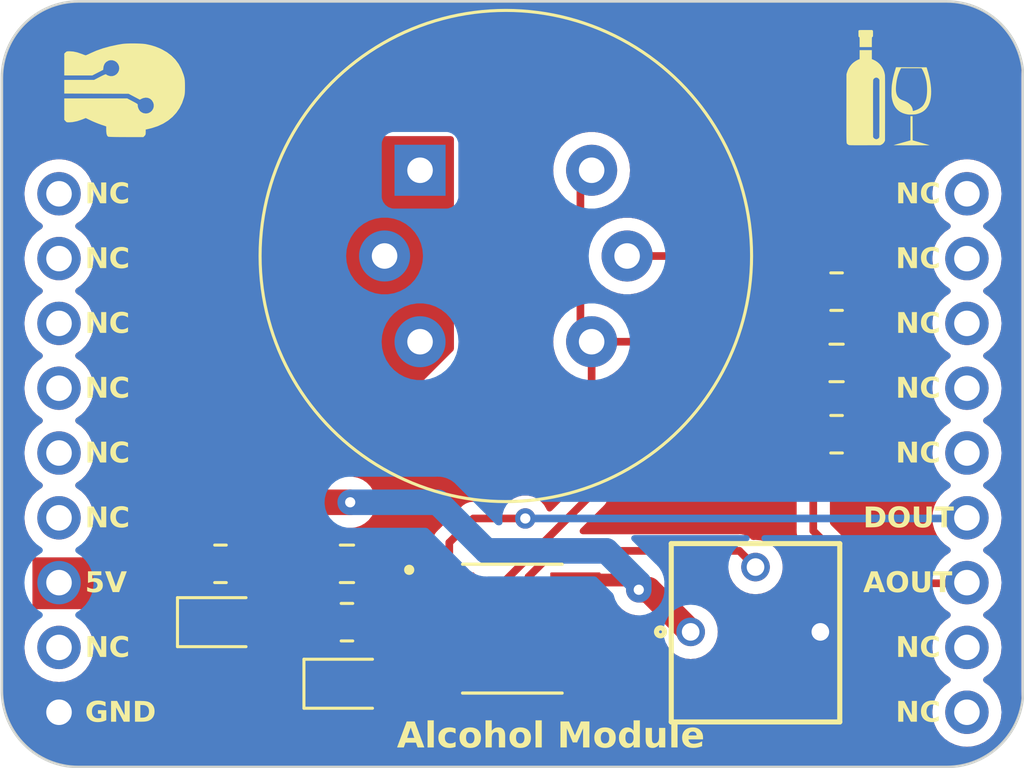
<source format=kicad_pcb>
(kicad_pcb (version 20221018) (generator pcbnew)
  (layers (0 "F.Cu" signal) (31 "B.Cu" signal) (34 "B.Paste" user) (35 "F.Paste" user) (36 "B.SilkS" user "B.Silkscreen") (37 "F.SilkS" user "F.Silkscreen") (38 "B.Mask" user) (39 "F.Mask" user) (44 "Edge.Cuts" user))
  (net 0 "")
  (net 1 "AOUT")
  (net 2 "GND")
  (net 3 "DOUT")
  (net 4 "Net-(D1-A)")
  (net 5 "Net-(D2-A)")
  (net 6 "Net-(U1-VH-)")
  (net 7 "+5V")
  (net 8 "Net-(U2-1IN+)")
  (footprint "memin:alks" (layer "F.Cu") (at 117.348 84.709)
    (fp_text reference "G***" hide)
    (fp_text value "LOGO" hide)
    (fp_poly (pts (xy 0.947448 1.597632) (xy 0.949134 2.072068) (xy 1.279866 2.165374) (xy 1.34336 2.183336) (xy 1.40299 2.200301) (xy 1.457567 2.215924) (xy 1.505902 2.229859) (xy 1.546808 2.241763) (xy 1.579096 2.25129) (xy 1.601577 2.258095) (xy 1.613063 2.261835) (xy 1.614307 2.262389) (xy 1.608384 2.262886) (xy 1.590163 2.263364) (xy 1.560483 2.263818) (xy 1.520183 2.264243) (xy 1.470102 2.264636) (xy 1.411079 2.264991) (xy 1.343952 2.265305) (xy 1.26956 2.265573) (xy 1.188743 2.26579) (xy 1.10234 2.265953) (xy 1.011188 2.266057) (xy 0.916127 2.266097) (xy 0.90622 2.266098) (xy 0.810443 2.266047) (xy 0.718632 2.2659) (xy 0.631613 2.265663) (xy 0.550215 2.265343) (xy 0.475264 2.264946) (xy 0.407588 2.264478) (xy 0.348014 2.263947) (xy 0.29737 2.263359) (xy 0.256483 2.26272) (xy 0.226181 2.262037) (xy 0.20729 2.261317) (xy 0.200639 2.260565) (xy 0.200664 2.2605) (xy 0.208029 2.257698) (xy 0.226845 2.251745) (xy 0.255902 2.242991) (xy 0.29399 2.23179) (xy 0.3399 2.218493) (xy 0.392421 2.203452) (xy 0.450343 2.187019) (xy 0.512457 2.169547) (xy 0.533656 2.163617) (xy 0.860407 2.07233) (xy 0.860434 1.597763) (xy 0.86046 1.123196) (xy 0.903112 1.123196) (xy 0.945763 1.123196)) (fill solid) (layer "F.SilkS"))
    (fp_poly (pts (xy -0.620415 -2.236839) (xy -0.61452 -2.230517) (xy -0.610271 -2.223752) (xy -0.6074 -2.214423) (xy -0.605636 -2.200407) (xy -0.60471 -2.179581) (xy -0.604352 -2.149822) (xy -0.604293 -2.1099) (xy -0.604366 -2.069264) (xy -0.604753 -2.03967) (xy -0.605711 -2.019024) (xy -0.607492 -2.005231) (xy -0.610352 -1.996196) (xy -0.614546 -1.989825) (xy -0.619495 -1.984802) (xy -0.632465 -1.974749) (xy -0.642428 -1.97052) (xy -0.642484 -1.97052) (xy -0.644864 -1.967031) (xy -0.646754 -1.955914) (xy -0.648195 -1.93619) (xy -0.649227 -1.906882) (xy -0.649887 -1.867013) (xy -0.650217 -1.815604) (xy -0.650272 -1.776752) (xy -0.650272 -1.582984) (xy -0.890018 -1.582984) (xy -1.129765 -1.582984) (xy -1.129765 -1.776752) (xy -1.129837 -1.832946) (xy -1.130099 -1.877338) (xy -1.130619 -1.91126) (xy -1.131463 -1.936048) (xy -1.132701 -1.953033) (xy -1.1344 -1.963551) (xy -1.136628 -1.968934) (xy -1.139453 -1.970517) (xy -1.139617 -1.97052) (xy -1.151273 -1.974868) (xy -1.162607 -1.983657) (xy -1.167378 -1.989331) (xy -1.170835 -1.996715) (xy -1.173187 -2.00784) (xy -1.174644 -2.024741) (xy -1.175415 -2.049451) (xy -1.175709 -2.084003) (xy -1.175744 -2.111264) (xy -1.175744 -2.225734) (xy -1.158437 -2.239348) (xy -1.153633 -2.242813) (xy -1.148035 -2.245635) (xy -1.140334 -2.247879) (xy -1.129219 -2.249611) (xy -1.11338 -2.250897) (xy -1.091507 -2.251804) (xy -1.06229 -2.252397) (xy -1.024419 -2.252743) (xy -0.976585 -2.252908) (xy -0.917476 -2.252958) (xy -0.888834 -2.252961) (xy -0.636538 -2.252961)) (fill solid) (layer "F.SilkS"))
    (fp_poly (pts (xy 0.895078 -0.793169) (xy 1.493826 -0.791492) (xy 1.51245 -0.732377) (xy 1.560655 -0.568519) (xy 1.600283 -0.410422) (xy 1.631331 -0.258466) (xy 1.653795 -0.11303) (xy 1.667671 0.025506) (xy 1.672956 0.156762) (xy 1.669646 0.280357) (xy 1.657737 0.395913) (xy 1.637225 0.503049) (xy 1.608107 0.601385) (xy 1.570379 0.690542) (xy 1.527189 0.765447) (xy 1.47333 0.835732) (xy 1.411494 0.896403) (xy 1.341186 0.947781) (xy 1.261909 0.990184) (xy 1.173169 1.023932) (xy 1.093638 1.045228) (xy 1.062197 1.050567) (xy 1.021201 1.055039) (xy 0.97392 1.058522) (xy 0.923629 1.060899) (xy 0.873599 1.06205) (xy 0.827104 1.061857) (xy 0.787416 1.060199) (xy 0.760203 1.057355) (xy 0.656942 1.035825) (xy 0.562953 1.005157) (xy 0.478147 0.965254) (xy 0.402438 0.916018) (xy 0.335736 0.857352) (xy 0.277956 0.789157) (xy 0.229008 0.711337) (xy 0.188805 0.623793) (xy 0.157261 0.526428) (xy 0.134286 0.419144) (xy 0.124449 0.348843) (xy 0.12155 0.312227) (xy 0.11981 0.265324) (xy 0.119169 0.210928) (xy 0.119568 0.151833) (xy 0.120945 0.090832) (xy 0.122269 0.056176) (xy 0.291029 0.056176) (xy 0.295183 0.143309) (xy 0.307526 0.22066) (xy 0.32818 0.288566) (xy 0.357264 0.347365) (xy 0.394897 0.397393) (xy 0.4412 0.438989) (xy 0.472824 0.459824) (xy 0.49843 0.473365) (xy 0.531118 0.488611) (xy 0.565504 0.50311) (xy 0.581133 0.509123) (xy 0.658336 0.540485) (xy 0.724151 0.573514) (xy 0.780317 0.609264) (xy 0.828569 0.648784) (xy 0.854354 0.674647) (xy 0.889266 0.718719) (xy 0.917838 0.767559) (xy 0.938671 0.81803) (xy 0.950367 0.866993) (xy 0.952418 0.894682) (xy 0.953193 0.90736) (xy 0.95671 0.915383) (xy 0.964755 0.918785) (xy 0.979115 0.9176) (xy 1.001576 0.911862) (xy 1.033924 0.901606) (xy 1.049168 0.896535) (xy 1.128175 0.865987) (xy 1.200534 0.829764) (xy 1.264568 0.788912) (xy 1.318599 0.744475) (xy 1.353545 0.706984) (xy 1.388781 0.656588) (xy 1.421446 0.596529) (xy 1.449996 0.53024) (xy 1.472888 0.461154) (xy 1.483848 0.417093) (xy 1.497807 0.336) (xy 1.507322 0.245598) (xy 1.512362 0.148954) (xy 1.512891 0.049135) (xy 1.508876 -0.050792) (xy 1.500284 -0.147761) (xy 1.490807 -0.216757) (xy 1.47152 -0.315239) (xy 1.445814 -0.413349) (xy 1.414633 -0.508414) (xy 1.378921 -0.597761) (xy 1.339621 -0.678713) (xy 1.309702 -0.730192) (xy 1.29381 -0.755366) (xy 0.894442 -0.755366) (xy 0.495074 -0.755366) (xy 0.470303 -0.711029) (xy 0.423236 -0.616259) (xy 0.383351 -0.513057) (xy 0.350478 -0.400781) (xy 0.324449 -0.278786) (xy 0.305096 -0.14643) (xy 0.294946 -0.041078) (xy 0.291029 0.056176) (xy 0.122269 0.056176) (xy 0.123241 0.030719) (xy 0.126395 -0.025713) (xy 0.130346 -0.075671) (xy 0.134382 -0.111663) (xy 0.155671 -0.247321) (xy 0.183385 -0.38524) (xy 0.218077 -0.52785) (xy 0.260303 -0.677581) (xy 0.273492 -0.720917) (xy 0.296329 -0.794845)) (fill solid) (layer "F.SilkS"))
    (fp_poly (pts (xy -0.650272 -1.288699) (xy -0.650272 -1.112644) (xy -0.599115 -1.091728) (xy -0.512494 -1.049363) (xy -0.432679 -0.996367) (xy -0.360478 -0.933796) (xy -0.2967 -0.862709) (xy -0.242153 -0.784162) (xy -0.197646 -0.699212) (xy -0.163988 -0.608916) (xy -0.141987 -0.514332) (xy -0.138299 -0.489346) (xy -0.137304 -0.478024) (xy -0.136401 -0.459786) (xy -0.135589 -0.434232) (xy -0.134867 -0.400958) (xy -0.134231 -0.359562) (xy -0.133681 -0.309642) (xy -0.133215 -0.250796) (xy -0.132831 -0.18262) (xy -0.132527 -0.104714) (xy -0.132302 -0.016673) (xy -0.132154 0.081902) (xy -0.132081 0.191417) (xy -0.132081 0.312271) (xy -0.132153 0.444868) (xy -0.132295 0.589611) (xy -0.132505 0.746901) (xy -0.132626 0.824334) (xy -0.134652 2.078898) (xy -0.153707 2.120161) (xy -0.178585 2.160879) (xy -0.212794 2.198481) (xy -0.252636 2.229437) (xy -0.28714 2.247478) (xy -0.325136 2.262813) (xy -0.92286 2.264118) (xy -1.028155 2.264319) (xy -1.121084 2.264427) (xy -1.202421 2.264433) (xy -1.272936 2.264327) (xy -1.333401 2.2641) (xy -1.384589 2.263742) (xy -1.42727 2.263242) (xy -1.462218 2.262593) (xy -1.490202 2.261784) (xy -1.511995 2.260805) (xy -1.528369 2.259647) (xy -1.540096 2.258301) (xy -1.547947 2.256756) (xy -1.54944 2.256323) (xy -1.571712 2.245969) (xy -1.59477 2.230273) (xy -1.603575 2.222539) (xy -1.60884 2.217791) (xy -1.613686 2.213894) (xy -1.618129 2.210309) (xy -1.622187 2.206501) (xy -1.625875 2.201932) (xy -1.62921 2.196065) (xy -1.632208 2.188363) (xy -1.634888 2.17829) (xy -1.637264 2.165307) (xy -1.639354 2.148879) (xy -1.641175 2.128467) (xy -1.642743 2.103536) (xy -1.644074 2.073547) (xy -1.645186 2.037965) (xy -1.646094 1.996252) (xy -1.646816 1.94787) (xy -1.647369 1.892284) (xy -1.647768 1.828956) (xy -1.648031 1.757348) (xy -1.648174 1.676925) (xy -1.648214 1.587148) (xy -1.648167 1.487481) (xy -1.648051 1.377388) (xy -1.647881 1.25633) (xy -1.647675 1.123771) (xy -1.647448 0.979174) (xy -1.647219 0.822001) (xy -1.647208 0.814481) (xy -1.646624 0.38864) (xy -0.603423 0.38864) (xy -0.603362 0.520683) (xy -0.603211 0.665372) (xy -0.602972 0.822944) (xy -0.602952 0.834187) (xy -0.601009 1.940962) (xy -0.585899 1.965262) (xy -0.560056 1.994508) (xy -0.52405 2.0159) (xy -0.479043 2.028963) (xy -0.471123 2.027622) (xy -0.454925 2.023457) (xy -0.442738 2.019963) (xy -0.410869 2.00512) (xy -0.38345 1.982354) (xy -0.364386 1.955098) (xy -0.361665 1.948745) (xy -0.360663 1.940664) (xy -0.359743 1.921834) (xy -0.358904 1.892068) (xy -0.358145 1.851181) (xy -0.357465 1.798987) (xy -0.356862 1.7353) (xy -0.356336 1.659935) (xy -0.355885 1.572704) (xy -0.355508 1.473424) (xy -0.355204 1.361908) (xy -0.354971 1.237969) (xy -0.35481 1.101424) (xy -0.354718 0.952085) (xy -0.354694 0.81534) (xy -0.354694 -0.299575) (xy -0.373654 -0.329472) (xy -0.39863 -0.357768) (xy -0.430755 -0.377597) (xy -0.466424 -0.386934) (xy -0.476641 -0.387392) (xy -0.513881 -0.381077) (xy -0.547895 -0.363983) (xy -0.575814 -0.338253) (xy -0.594767 -0.306027) (xy -0.597851 -0.296924) (xy -0.59885 -0.288355) (xy -0.599747 -0.269746) (xy -0.600544 -0.24086) (xy -0.601241 -0.201459) (xy -0.60184 -0.151308) (xy -0.602341 -0.090169) (xy -0.602746 -0.017804) (xy -0.603055 0.066022) (xy -0.603271 0.161547) (xy -0.603393 0.269007) (xy -0.603423 0.38864) (xy -1.646624 0.38864) (xy -1.645384 -0.51562) (xy -1.627554 -0.580234) (xy -1.595791 -0.672319) (xy -1.552868 -0.760429) (xy -1.500097 -0.84223) (xy -1.438853 -0.915327) (xy -1.394139 -0.957622) (xy -1.342941 -0.998608) (xy -1.28836 -1.036238) (xy -1.233497 -1.068464) (xy -1.181453 -1.093237) (xy -1.154396 -1.103189) (xy -1.129765 -1.111078) (xy -1.129765 -1.287916) (xy -1.129765 -1.464753) (xy -0.890018 -1.464753) (xy -0.650272 -1.464753)) (fill solid) (layer "F.SilkS"))
  )
  (footprint "LED_SMD:LED_0805_2012Metric" (layer "F.Cu") (at 96.139 108.077)
    (fp_text reference "D1" hide)
    (fp_text value "LED" hide)
    (fp_line (start -1.685 -0.96) (end -1.685 0.96) (stroke (width 0.12)) (layer "F.SilkS"))
    (fp_line (start -1.685 0.96) (end 1 0.96) (stroke (width 0.12)) (layer "F.SilkS"))
    (fp_line (start 1 -0.96) (end -1.685 -0.96) (stroke (width 0.12)) (layer "F.SilkS"))
    (pad "1" smd roundrect (at -0.9375 0) (size 0.975 1.4) (layers "F.Cu" "F.Paste" "F.Mask") (net 3 "DOUT"))
    (pad "2" smd roundrect (at 0.9375 0) (size 0.975 1.4) (layers "F.Cu" "F.Paste" "F.Mask") (net 4 "Net-(D1-A)"))
  )
  (footprint "Capacitor_SMD:C_0805_2012Metric" (layer "F.Cu") (at 96.139 103.378 180)
    (fp_text reference "C2" hide)
    (fp_text value "0.1uF" hide)
    (fp_line (start -0.261252 -0.735) (end 0.261252 -0.735) (stroke (width 0.12)) (layer "F.SilkS"))
    (fp_line (start -0.261252 0.735) (end 0.261252 0.735) (stroke (width 0.12)) (layer "F.SilkS"))
    (pad "1" smd roundrect (at -0.95 0 180) (size 1 1.45) (layers "F.Cu" "F.Paste" "F.Mask") (net 3 "DOUT"))
    (pad "2" smd roundrect (at 0.95 0 180) (size 1 1.45) (layers "F.Cu" "F.Paste" "F.Mask") (net 2 "GND"))
  )
  (footprint "Capacitor_SMD:C_0805_2012Metric" (layer "F.Cu") (at 115.316 95.504)
    (fp_text reference "C1" hide)
    (fp_text value "0.1uF" hide)
    (fp_line (start -0.261252 -0.735) (end 0.261252 -0.735) (stroke (width 0.12)) (layer "F.SilkS"))
    (fp_line (start -0.261252 0.735) (end 0.261252 0.735) (stroke (width 0.12)) (layer "F.SilkS"))
    (pad "1" smd roundrect (at -0.95 0) (size 1 1.45) (layers "F.Cu" "F.Paste" "F.Mask") (net 1 "AOUT"))
    (pad "2" smd roundrect (at 0.95 0) (size 1 1.45) (layers "F.Cu" "F.Paste" "F.Mask") (net 2 "GND"))
  )
  (footprint "Resistor_SMD:R_0805_2012Metric" (layer "F.Cu") (at 115.316 92.71)
    (fp_text reference "R1" hide)
    (fp_text value "5.1k" hide)
    (fp_line (start -0.227064 -0.735) (end 0.227064 -0.735) (stroke (width 0.12)) (layer "F.SilkS"))
    (fp_line (start -0.227064 0.735) (end 0.227064 0.735) (stroke (width 0.12)) (layer "F.SilkS"))
    (pad "1" smd roundrect (at -0.9125 0) (size 1.025 1.4) (layers "F.Cu" "F.Paste" "F.Mask") (roundrect_rratio 0.243902) (net 6 "Net-(U1-VH-)"))
    (pad "2" smd roundrect (at 0.9125 0) (size 1.025 1.4) (layers "F.Cu" "F.Paste" "F.Mask") (roundrect_rratio 0.243902) (net 2 "GND"))
  )
  (footprint "Moduler_:pin_header" (layer "F.Cu") (at 102.3874 99.5426)
    (fp_text reference "U3" hide)
    (fp_text value "~" hide)
    (fp_text user "NC" (at -16.51 -5.08 unlocked) (layer "F.SilkS") (effects (font (size 0.8 0.8) (thickness 0.2) bold) (justify left bottom)))
    (fp_text user "NC" (at 15.24 -2.54 unlocked) (layer "F.SilkS") (effects (font (size 0.8 0.8) (thickness 0.2) bold) (justify left bottom)))
    (fp_text user "NC" (at 15.24 7.62 unlocked) (layer "F.SilkS") (effects (font (size 0.8 0.8) (thickness 0.2) bold) (justify left bottom)))
    (fp_text user "AOUT" (at 13.97 5.08 unlocked) (layer "F.SilkS") (effects (font (size 0.8 0.8) (thickness 0.2) bold) (justify left bottom)))
    (fp_text user "NC" (at 15.24 10.16 unlocked) (layer "F.SilkS") (effects (font (size 0.8 0.8) (thickness 0.2) bold) (justify left bottom)))
    (fp_text user "NC" (at 15.24 -5.08 unlocked) (layer "F.SilkS") (effects (font (size 0.8 0.8) (thickness 0.2) bold) (justify left bottom)))
    (fp_text user "NC" (at -16.51 2.54 unlocked) (layer "F.SilkS") (effects (font (size 0.8 0.8) (thickness 0.2) bold) (justify left bottom)))
    (fp_text user "NC" (at -16.51 7.62 unlocked) (layer "F.SilkS") (effects (font (size 0.8 0.8) (thickness 0.2) bold) (justify left bottom)))
    (fp_text user "NC" (at -16.51 -2.54 unlocked) (layer "F.SilkS") (effects (font (size 0.8 0.8) (thickness 0.2) bold) (justify left bottom)))
    (fp_text user "NC" (at 15.24 0 unlocked) (layer "F.SilkS") (effects (font (size 0.8 0.8) (thickness 0.2) bold) (justify left bottom)))
    (fp_text user "Alcohol Module" (at -4.2926 11.2014 unlocked) (layer "F.SilkS") (effects (font (thickness 0.2) bold) (justify left bottom)))
    (fp_text user "NC" (at -16.51 -7.62 unlocked) (layer "F.SilkS") (effects (font (size 0.8 0.8) (thickness 0.2) bold) (justify left bottom)))
    (fp_text user "GND" (at -16.51 10.16 unlocked) (layer "F.SilkS") (effects (font (size 0.8 0.8) (thickness 0.2) bold) (justify left bottom)))
    (fp_text user "DOUT" (at 13.97 2.54 unlocked) (layer "F.SilkS") (effects (font (size 0.8 0.8) (thickness 0.2) bold) (justify left bottom)))
    (fp_text user "NC" (at -16.51 0 unlocked) (layer "F.SilkS") (effects (font (size 0.8 0.8) (thickness 0.2) bold) (justify left bottom)))
    (fp_text user "NC" (at 15.24 -10.16 unlocked) (layer "F.SilkS") (effects (font (size 0.8 0.8) (thickness 0.2) bold) (justify left bottom)))
    (fp_text user "NC" (at -16.51 -10.16 unlocked) (layer "F.SilkS") (effects (font (size 0.8 0.8) (thickness 0.2) bold) (justify left bottom)))
    (fp_text user "5V" (at -16.51 5.08 unlocked) (layer "F.SilkS") (effects (font (size 0.8 0.8) (thickness 0.2) bold) (justify left bottom)))
    (fp_text user "NC" (at 15.24 -7.62 unlocked) (layer "F.SilkS") (effects (font (size 0.8 0.8) (thickness 0.2) bold) (justify left bottom)))
    (fp_poly (pts (xy -14.485582 -16.559009) (xy -14.360573 -16.554745) (xy -14.248636 -16.54798) (xy -14.157002 -16.538775) (xy -14.117924 -16.532703) (xy -13.929469 -16.491549) (xy -13.759531 -16.440533) (xy -13.595569 -16.375574) (xy -13.505604 -16.333511) (xy -13.302009 -16.218091) (xy -13.123321 -16.083397) (xy -12.969118 -15.928915) (xy -12.838978 -15.754131) (xy -12.73248 -15.558531) (xy -12.6492 -15.3416) (xy -12.625721 -15.261504) (xy -12.612959 -15.20932) (xy -12.603846 -15.156964) (xy -12.597806 -15.097579) (xy -12.594264 -15.024306) (xy -12.592645 -14.930288) (xy -12.59236 -14.863654) (xy -12.592671 -14.758539) (xy -12.594379 -14.67766) (xy -12.598173 -14.613669) (xy -12.604739 -14.559219) (xy -12.614766 -14.506962) (xy -12.628942 -14.449549) (xy -12.632287 -14.43698) (xy -12.705714 -14.221543) (xy -12.805363 -14.022972) (xy -12.930147 -13.842253) (xy -13.078978 -13.68037) (xy -13.250768 -13.538308) (xy -13.444431 -13.417053) (xy -13.658878 -13.317589) (xy -13.893022 -13.240901) (xy -13.975535 -13.220506) (xy -14.129547 -13.185381) (xy -14.129547 -13.083439) (xy -14.131087 -13.025365) (xy -14.138019 -12.987709) (xy -14.153807 -12.959356) (xy -14.17572 -12.935324) (xy -14.221893 -12.889151) (xy -14.898388 -12.889632) (xy -15.093554 -12.890179) (xy -15.257188 -12.891522) (xy -15.389336 -12.893662) (xy -15.490047 -12.896601) (xy -15.559371 -12.900339) (xy -15.597354 -12.904877) (xy -15.604006 -12.907041) (xy -15.639705 -12.944721) (xy -15.663541 -13.009816) (xy -15.675744 -13.103144) (xy -15.677582 -13.169023) (xy -15.677607 -13.307746) (xy -15.877323 -13.375342) (xy -15.973613 -13.410249) (xy -16.083694 -13.453796) (xy -16.193274 -13.500154) (xy -16.27912 -13.539209) (xy -16.481202 -13.63548) (xy -16.625058 -13.577237) (xy -16.814264 -13.51298) (xy -16.995657 -13.477073) (xy -17.112214 -13.468483) (xy -17.172568 -13.467793) (xy -17.210949 -13.471228) (xy -17.236949 -13.481681) (xy -17.260163 -13.502045) (xy -17.274123 -13.517292) (xy -17.320343 -13.568879) (xy -17.320343 -13.987224) (xy -17.320343 -14.405569) (xy -16.086926 -14.405569) (xy -14.85351 -14.405569) (xy -14.643801 -14.294889) (xy -14.56284 -14.251731) (xy -14.506066 -14.219928) (xy -14.469493 -14.196546) (xy -14.449134 -14.178651) (xy -14.441003 -14.163308) (xy -14.441111 -14.147581) (xy -14.441413 -14.14592) (xy -14.43976 -14.092795) (xy -14.421236 -14.027967) (xy -14.3904 -13.962942) (xy -14.35181 -13.909228) (xy -14.344762 -13.902005) (xy -14.296227 -13.865834) (xy -14.236644 -13.835404) (xy -14.214799 -13.827587) (xy -14.121045 -13.813694) (xy -14.033382 -13.827179) (xy -13.955509 -13.863953) (xy -13.891126 -13.919926) (xy -13.843932 -13.991011) (xy -13.817627 -14.073118) (xy -13.815911 -14.162158) (xy -13.838074 -14.243952) (xy -13.888707 -14.328311) (xy -13.95777 -14.389514) (xy -14.040589 -14.425955) (xy -14.132494 -14.436027) (xy -14.228811 -14.418125) (xy -14.281052 -14.396241) (xy -14.36193 -14.355321) (xy -14.581404 -14.471272) (xy -14.800878 -14.587224) (xy -16.06061 -14.591538) (xy -17.320343 -14.595853) (xy -17.320343 -14.86402) (xy -17.320343 -15.132186) (xy -16.736108 -15.132186) (xy -16.151873 -15.132186) (xy -15.92364 -15.25081) (xy -15.825628 -15.300328) (xy -15.752835 -15.333929) (xy -15.705794 -15.351385) (xy -15.685044 -15.352471) (xy -15.684533 -15.351839) (xy -15.664369 -15.334981) (xy -15.626413 -15.313259) (xy -15.608475 -15.304645) (xy -15.517344 -15.278515) (xy -15.42868 -15.280387) (xy -15.34665 -15.306716) (xy -15.27542 -15.353956) (xy -15.219157 -15.418565) (xy -15.182028 -15.496995) (xy -15.1682 -15.585704) (xy -15.178799 -15.670169) (xy -15.216089 -15.756834) (xy -15.2752 -15.826154) (xy -15.350432 -15.875231) (xy -15.436087 -15.901168) (xy -15.526465 -15.901066) (xy -15.594919 -15.881743) (xy -15.679764 -15.831605) (xy -15.7402 -15.761879) (xy -15.776844 -15.671686) (xy -15.787538 -15.6087) (xy -15.796027 -15.524455) (xy -16.008245 -15.415199) (xy -16.220463 -15.305942) (xy -16.770403 -15.305942) (xy -17.320343 -15.305942) (xy -17.320343 -15.73365) (xy -17.320343 -16.161358) (xy -17.27417 -16.207531) (xy -17.247441 -16.231634) (xy -17.221044 -16.24546) (xy -17.185152 -16.251797) (xy -17.129936 -16.253429) (xy -17.112261 -16.253429) (xy -16.965134 -16.242789) (xy -16.813828 -16.210492) (xy -16.650907 -16.15493) (xy -16.643254 -16.151886) (xy -16.580147 -16.127507) (xy -16.526736 -16.108472) (xy -16.490695 -16.097439) (xy -16.481152 -16.095743) (xy -16.459332 -16.102404) (xy -16.415439 -16.120594) (xy -16.35561 -16.147624) (xy -16.285983 -16.180807) (xy -16.277762 -16.184828) (xy -16.053998 -16.282606) (xy -15.80365 -16.369931) (xy -15.530295 -16.445763) (xy -15.237504 -16.509065) (xy -15.053614 -16.540657) (xy -14.971712 -16.549822) (xy -14.866727 -16.556178) (xy -14.74589 -16.559787) (xy -14.616431 -16.56071)) (fill solid) (layer "F.SilkS"))
    (fp_poly (pts (xy -19.759475 -15.361112) (xy -19.747896 -15.5134) (xy -19.728827 -15.663474) (xy -19.702457 -15.811146) (xy -19.668975 -15.956226) (xy -19.628568 -16.098527) (xy -19.581426 -16.23786) (xy -19.527736 -16.374037) (xy -19.467687 -16.506869) (xy -19.401468 -16.636168) (xy -19.329267 -16.761745) (xy -19.251272 -16.883413) (xy -19.167671 -17.000982) (xy -19.078654 -17.114264) (xy -18.984408 -17.223072) (xy -18.885122 -17.327215) (xy -18.780984 -17.426507) (xy -18.672182 -17.520758) (xy -18.558906 -17.609781) (xy -18.441343 -17.693386) (xy -18.319683 -17.771386) (xy -18.194112 -17.843591) (xy -18.06482 -17.909814) (xy -17.931995 -17.969866) (xy -17.795826 -18.023559) (xy -17.6565 -18.070704) (xy -17.514207 -18.111113) (xy -17.369134 -18.144597) (xy -17.221471 -18.170968) (xy -17.071405 -18.190038) (xy -16.919125 -18.201619) (xy -16.764819 -18.20552) (xy 17.238832 -18.20552) (xy 17.393137 -18.201619) (xy 17.545417 -18.190038) (xy 17.695483 -18.170968) (xy 17.843146 -18.144597) (xy 17.988219 -18.111113) (xy 18.130512 -18.070704) (xy 18.269837 -18.023559) (xy 18.406006 -17.969866) (xy 18.538831 -17.909814) (xy 18.668123 -17.843591) (xy 18.793694 -17.771386) (xy 18.915355 -17.693386) (xy 19.032917 -17.609781) (xy 19.146194 -17.520758) (xy 19.254995 -17.426507) (xy 19.359133 -17.327215) (xy 19.458419 -17.223072) (xy 19.552665 -17.114264) (xy 19.641683 -17.000982) (xy 19.725284 -16.883413) (xy 19.803279 -16.761745) (xy 19.87548 -16.636168) (xy 19.9417 -16.506869) (xy 20.001748 -16.374037) (xy 20.055438 -16.23786) (xy 20.102581 -16.098527) (xy 20.142987 -15.956226) (xy 20.17647 -15.811146) (xy 20.20284 -15.663474) (xy 20.221909 -15.5134) (xy 20.233488 -15.361112) (xy 20.23739 -15.206798) (xy 20.23739 8.797094) (xy 20.233488 8.951408) (xy 20.221909 9.103696) (xy 20.20284 9.25377) (xy 20.17647 9.401441) (xy 20.142987 9.546522) (xy 20.102581 9.688822) (xy 20.055438 9.828155) (xy 20.001748 9.964332) (xy 19.9417 10.097164) (xy 19.87548 10.226463) (xy 19.803279 10.352041) (xy 19.725284 10.473708) (xy 19.641683 10.591278) (xy 19.552665 10.70456) (xy 19.458419 10.813367) (xy 19.359133 10.917511) (xy 19.254995 11.016803) (xy 19.146194 11.111054) (xy 19.032917 11.200077) (xy 18.915355 11.283682) (xy 18.793694 11.361681) (xy 18.668123 11.433887) (xy 18.538831 11.50011) (xy 18.406006 11.560162) (xy 18.269837 11.613855) (xy 18.130512 11.661) (xy 17.988219 11.701409) (xy 17.843146 11.734893) (xy 17.695483 11.761265) (xy 17.545417 11.780334) (xy 17.393137 11.791915) (xy 17.238832 11.795817) (xy -16.764819 11.795817) (xy -16.919125 11.791915) (xy -17.071405 11.780334) (xy -17.221471 11.761265) (xy -17.369134 11.734893) (xy -17.514207 11.701409) (xy -17.6565 11.661) (xy -17.795826 11.613855) (xy -17.931995 11.560162) (xy -18.06482 11.50011) (xy -18.194112 11.433887) (xy -18.319683 11.361681) (xy -18.441343 11.283682) (xy -18.558906 11.200077) (xy -18.672182 11.111054) (xy -18.780984 11.016803) (xy -18.885122 10.917511) (xy -18.984408 10.813367) (xy -19.078654 10.70456) (xy -19.167671 10.591278) (xy -19.251272 10.473708) (xy -19.329267 10.352041) (xy -19.401468 10.226463) (xy -19.467687 10.097164) (xy -19.527736 9.964332) (xy -19.581426 9.828155) (xy -19.628568 9.688822) (xy -19.668975 9.546522) (xy -19.702457 9.401441) (xy -19.728827 9.25377) (xy -19.747896 9.103696) (xy -19.759475 8.951408) (xy -19.763377 8.797094) (xy -19.763377 -15.206798)) (stroke (width 0.1)) (fill none) (layer "Edge.Cuts"))
    (pad "1" thru_hole oval (at -17.526 -10.668) (size 1.7 1.7) (drill 1) (layers "*.Cu" "*.Mask"))
    (pad "2" thru_hole oval (at -17.526 -8.128) (size 1.7 1.7) (drill 1) (layers "*.Cu" "*.Mask"))
    (pad "3" thru_hole oval (at -17.526 -5.588) (size 1.7 1.7) (drill 1) (layers "*.Cu" "*.Mask"))
    (pad "4" thru_hole oval (at -17.526 -3.048) (size 1.7 1.7) (drill 1) (layers "*.Cu" "*.Mask"))
    (pad "5" thru_hole oval (at -17.526 -0.508) (size 1.7 1.7) (drill 1) (layers "*.Cu" "*.Mask"))
    (pad "6" thru_hole oval (at -17.526 2.032) (size 1.7 1.7) (drill 1) (layers "*.Cu" "*.Mask"))
    (pad "7" thru_hole oval (at -17.526 4.572) (size 1.7 1.7) (drill 1) (layers "*.Cu" "*.Mask") (net 7 "+5V"))
    (pad "8" thru_hole oval (at -17.526 7.112) (size 1.7 1.7) (drill 1) (layers "*.Cu" "*.Mask"))
    (pad "9" thru_hole oval (at -17.526 9.652) (size 1.7 1.7) (drill 1) (layers "*.Cu" "*.Mask") (net 2 "GND"))
    (pad "10" thru_hole oval (at 18.034 9.652) (size 1.7 1.7) (drill 1) (layers "*.Cu" "*.Mask"))
    (pad "11" thru_hole oval (at 18.034 7.112) (size 1.7 1.7) (drill 1) (layers "*.Cu" "*.Mask"))
    (pad "12" thru_hole oval (at 18.034 4.572) (size 1.7 1.7) (drill 1) (layers "*.Cu" "*.Mask") (net 1 "AOUT"))
    (pad "13" thru_hole oval (at 18.034 2.032) (size 1.7 1.7) (drill 1) (layers "*.Cu" "*.Mask") (net 3 "DOUT"))
    (pad "14" thru_hole oval (at 18.034 -0.508) (size 1.7 1.7) (drill 1) (layers "*.Cu" "*.Mask"))
    (pad "15" thru_hole oval (at 18.034 -3.048) (size 1.7 1.7) (drill 1) (layers "*.Cu" "*.Mask"))
    (pad "16" thru_hole oval (at 18.034 -5.588) (size 1.7 1.7) (drill 1) (layers "*.Cu" "*.Mask"))
    (pad "17" thru_hole oval (at 18.034 -8.128) (size 1.7 1.7) (drill 1) (layers "*.Cu" "*.Mask"))
    (pad "18" thru_hole oval (at 18.034 -10.668) (size 1.7 1.7) (drill 1) (layers "*.Cu" "*.Mask"))
  )
  (footprint "Resistor_SMD:R_0805_2012Metric" (layer "F.Cu") (at 91.186 103.378)
    (fp_text reference "R4" hide)
    (fp_text value "1k")
    (fp_line (start -0.227064 -0.735) (end 0.227064 -0.735) (stroke (width 0.12)) (layer "F.SilkS"))
    (fp_line (start -0.227064 0.735) (end 0.227064 0.735) (stroke (width 0.12)) (layer "F.SilkS"))
    (pad "1" smd roundrect (at -0.9125 0) (size 1.025 1.4) (layers "F.Cu" "F.Paste" "F.Mask") (roundrect_rratio 0.243902) (net 7 "+5V"))
    (pad "2" smd roundrect (at 0.9125 0) (size 1.025 1.4) (layers "F.Cu" "F.Paste" "F.Mask") (roundrect_rratio 0.243902) (net 5 "Net-(D2-A)"))
  )
  (footprint "memin:3362P_1" (layer "F.Cu") (at 112.141 109.575)
    (fp_text reference "RV1" hide)
    (fp_text value "10k" hide)
    (fp_line (start -3.3 -6.99) (end -3.3 0) (stroke (width 0.2)) (layer "F.SilkS"))
    (fp_line (start -3.3 0) (end 3.3 0) (stroke (width 0.2)) (layer "F.SilkS"))
    (fp_line (start 3.3 -6.99) (end -3.3 -6.99) (stroke (width 0.2)) (layer "F.SilkS"))
    (fp_line (start 3.3 0) (end 3.3 -6.99) (stroke (width 0.2)) (layer "F.SilkS"))
    (fp_circle (center -3.722 -3.532) (end -3.722 -3.475) (stroke (width 0.2)) (fill none) (layer "F.SilkS"))
    (pad "1" thru_hole circle (at -2.54 -3.53) (size 1.12 1.12) (drill 0.69) (layers "*.Cu" "*.Mask") (net 7 "+5V"))
    (pad "2" thru_hole circle (at 0 -6.07) (size 1.12 1.12) (drill 0.69) (layers "*.Cu" "*.Mask") (net 8 "Net-(U2-1IN+)"))
    (pad "3" thru_hole circle (at 2.54 -3.53) (size 1.12 1.12) (drill 0.69) (layers "*.Cu" "*.Mask") (net 2 "GND"))
  )
  (footprint "Sensor:MQ-6" (layer "F.Cu") (at 99.002 87.953)
    (fp_text reference "U1" hide)
    (fp_text value "MQ-3" hide)
    (fp_circle (center 3.36 3.36) (end 12.985 3.36) (stroke (width 0.12)) (fill none) (layer "F.SilkS"))
    (pad "1" thru_hole rect (at 0 0) (size 2 2) (drill 1) (layers "*.Cu" "*.Mask") (net 7 "+5V"))
    (pad "2" thru_hole circle (at -1.39 3.36) (size 2 2) (drill 1) (layers "*.Cu" "*.Mask") (net 7 "+5V"))
    (pad "3" thru_hole circle (at 0 6.72 90) (size 2 2) (drill 1) (layers "*.Cu" "*.Mask") (net 7 "+5V"))
    (pad "4" thru_hole circle (at 6.72 6.72 180) (size 2 2) (drill 1) (layers "*.Cu" "*.Mask") (net 1 "AOUT"))
    (pad "5" thru_hole circle (at 8.11 3.36) (size 2 2) (drill 1) (layers "*.Cu" "*.Mask") (net 6 "Net-(U1-VH-)"))
    (pad "6" thru_hole circle (at 6.72 0 270) (size 2 2) (drill 1) (layers "*.Cu" "*.Mask") (net 1 "AOUT"))
  )
  (footprint "LM393:SOIC127P599X175-8N" (layer "F.Cu") (at 102.617 105.918)
    (fp_text reference "U2" hide)
    (fp_text value "LM393D" hide)
    (fp_line (start -1.95 -2.525) (end 1.95 -2.525) (stroke (width 0.127)) (layer "F.SilkS"))
    (fp_line (start -1.95 2.525) (end 1.95 2.525) (stroke (width 0.127)) (layer "F.SilkS"))
    (fp_circle (center -4.04 -2.305) (end -3.94 -2.305) (stroke (width 0.2)) (fill none) (layer "F.SilkS"))
    (pad "1" smd roundrect (at -2.47 -1.905) (size 1.97 0.6) (layers "F.Cu" "F.Paste" "F.Mask") (roundrect_rratio 0.07) (net 3 "DOUT"))
    (pad "2" smd roundrect (at -2.47 -0.635) (size 1.97 0.6) (layers "F.Cu" "F.Paste" "F.Mask") (roundrect_rratio 0.07) (net 1 "AOUT"))
    (pad "3" smd roundrect (at -2.47 0.635) (size 1.97 0.6) (layers "F.Cu" "F.Paste" "F.Mask") (roundrect_rratio 0.07) (net 8 "Net-(U2-1IN+)"))
    (pad "4" smd roundrect (at -2.47 1.905) (size 1.97 0.6) (layers "F.Cu" "F.Paste" "F.Mask") (roundrect_rratio 0.07) (net 2 "GND"))
    (pad "5" smd roundrect (at 2.47 1.905) (size 1.97 0.6) (layers "F.Cu" "F.Paste" "F.Mask") (roundrect_rratio 0.07))
    (pad "6" smd roundrect (at 2.47 0.635) (size 1.97 0.6) (layers "F.Cu" "F.Paste" "F.Mask") (roundrect_rratio 0.07))
    (pad "7" smd roundrect (at 2.47 -0.635) (size 1.97 0.6) (layers "F.Cu" "F.Paste" "F.Mask") (roundrect_rratio 0.07))
    (pad "8" smd roundrect (at 2.47 -1.905) (size 1.97 0.6) (layers "F.Cu" "F.Paste" "F.Mask") (roundrect_rratio 0.07) (net 7 "+5V"))
  )
  (footprint "Resistor_SMD:R_0805_2012Metric" (layer "F.Cu") (at 115.316 98.298)
    (fp_text reference "R2" hide)
    (fp_text value "47k" hide)
    (fp_line (start -0.227064 -0.735) (end 0.227064 -0.735) (stroke (width 0.12)) (layer "F.SilkS"))
    (fp_line (start -0.227064 0.735) (end 0.227064 0.735) (stroke (width 0.12)) (layer "F.SilkS"))
    (pad "1" smd roundrect (at -0.9125 0) (size 1.025 1.4) (layers "F.Cu" "F.Paste" "F.Mask") (roundrect_rratio 0.243902) (net 1 "AOUT"))
    (pad "2" smd roundrect (at 0.9125 0) (size 1.025 1.4) (layers "F.Cu" "F.Paste" "F.Mask") (roundrect_rratio 0.243902) (net 2 "GND"))
  )
  (footprint "Resistor_SMD:R_0805_2012Metric" (layer "F.Cu") (at 96.139 105.664)
    (fp_text reference "R3" hide)
    (fp_text value "1k" hide)
    (fp_line (start -0.227064 -0.735) (end 0.227064 -0.735) (stroke (width 0.12)) (layer "F.SilkS"))
    (fp_line (start -0.227064 0.735) (end 0.227064 0.735) (stroke (width 0.12)) (layer "F.SilkS"))
    (pad "1" smd roundrect (at -0.9125 0) (size 1.025 1.4) (layers "F.Cu" "F.Paste" "F.Mask") (roundrect_rratio 0.243902) (net 7 "+5V"))
    (pad "2" smd roundrect (at 0.9125 0) (size 1.025 1.4) (layers "F.Cu" "F.Paste" "F.Mask") (roundrect_rratio 0.243902) (net 4 "Net-(D1-A)"))
  )
  (footprint "LED_SMD:LED_0805_2012Metric" (layer "F.Cu") (at 91.186 105.664)
    (fp_text reference "D2" hide)
    (fp_text value "LED" hide)
    (fp_line (start -1.685 -0.96) (end -1.685 0.96) (stroke (width 0.12)) (layer "F.SilkS"))
    (fp_line (start -1.685 0.96) (end 1 0.96) (stroke (width 0.12)) (layer "F.SilkS"))
    (fp_line (start 1 -0.96) (end -1.685 -0.96) (stroke (width 0.12)) (layer "F.SilkS"))
    (pad "1" smd roundrect (at -0.9375 0) (size 0.975 1.4) (layers "F.Cu" "F.Paste" "F.Mask") (net 2 "GND"))
    (pad "2" smd roundrect (at 0.9375 0) (size 0.975 1.4) (layers "F.Cu" "F.Paste" "F.Mask") (net 5 "Net-(D2-A)"))
  )
  (segment (start 114.4035 102.0845) (end 116.459 104.14) (width 0.3) (layer "F.Cu") (net 1))
  (segment (start 102.362 104.775) (end 102.362 104.013) (width 0.3) (layer "F.Cu") (net 1))
  (segment (start 120.396 104.14) (end 120.4214 104.1146) (width 0.3) (layer "F.Cu") (net 1))
  (segment (start 111.31 94.673) (end 112.141 95.504) (width 0.3) (layer "F.Cu") (net 1))
  (segment (start 114.4035 98.298) (end 114.4035 102.0845) (width 0.3) (layer "F.Cu") (net 1))
  (segment (start 102.362 104.013) (end 105.722 100.653) (width 0.3) (layer "F.Cu") (net 1))
  (segment (start 116.459 104.14) (end 120.396 104.14) (width 0.3) (layer "F.Cu") (net 1))
  (segment (start 105.722 94.673) (end 105.283 94.234) (width 0.3) (layer "F.Cu") (net 1))
  (segment (start 112.141 95.504) (end 114.366 95.504) (width 0.3) (layer "F.Cu") (net 1))
  (segment (start 114.366 98.2605) (end 114.4035 98.298) (width 0.3) (layer "F.Cu") (net 1))
  (segment (start 105.283 88.392) (end 105.722 87.953) (width 0.3) (layer "F.Cu") (net 1))
  (segment (start 105.722 100.653) (end 105.722 94.673) (width 0.3) (layer "F.Cu") (net 1))
  (segment (start 114.366 95.504) (end 114.366 98.2605) (width 0.3) (layer "F.Cu") (net 1))
  (segment (start 100.147 105.283) (end 101.854 105.283) (width 0.3) (layer "F.Cu") (net 1))
  (segment (start 105.722 94.673) (end 111.31 94.673) (width 0.3) (layer "F.Cu") (net 1))
  (segment (start 105.283 94.234) (end 105.283 88.392) (width 0.3) (layer "F.Cu") (net 1))
  (segment (start 101.854 105.283) (end 102.362 104.775) (width 0.3) (layer "F.Cu") (net 1))
  (segment (start 95.758 108.077) (end 95.2015 108.077) (width 0.3) (layer "F.Cu") (net 3))
  (segment (start 96.647 103.378) (end 96.139 103.886) (width 0.3) (layer "F.Cu") (net 3))
  (segment (start 96.139 103.886) (end 96.139 107.696) (width 0.3) (layer "F.Cu") (net 3))
  (segment (start 100.147 104.013) (end 98.552 104.013) (width 0.3) (layer "F.Cu") (net 3))
  (segment (start 98.552 104.013) (end 97.917 103.378) (width 0.3) (layer "F.Cu") (net 3))
  (segment (start 103.124 101.6) (end 101.092 101.6) (width 0.3) (layer "F.Cu") (net 3))
  (segment (start 97.917 103.378) (end 97.089 103.378) (width 0.3) (layer "F.Cu") (net 3))
  (segment (start 101.092 101.6) (end 100.147 102.545) (width 0.3) (layer "F.Cu") (net 3))
  (segment (start 96.139 107.696) (end 95.758 108.077) (width 0.3) (layer "F.Cu") (net 3))
  (segment (start 100.147 102.545) (end 100.147 104.013) (width 0.3) (layer "F.Cu") (net 3))
  (via (at 103.124 101.6) (size 0.8) (drill 0.4) (layers "F.Cu" "B.Cu") (net 3))
  (segment (start 103.124 101.6) (end 120.396 101.6) (width 0.3) (layer "B.Cu") (net 3))
  (segment (start 97.0515 106.045) (end 97.0515 108.433) (width 0.3) (layer "F.Cu") (net 4))
  (segment (start 97.0515 108.433) (end 97.0765 108.458) (width 0.3) (layer "F.Cu") (net 4))
  (segment (start 92.0985 103.759) (end 92.0985 106.02) (width 0.3) (layer "F.Cu") (net 5))
  (segment (start 92.0985 106.02) (end 92.1235 106.045) (width 1) (layer "F.Cu") (net 5))
  (segment (start 112.522 92.71) (end 111.125 91.313) (width 0.3) (layer "F.Cu") (net 6))
  (segment (start 111.125 91.313) (end 107.112 91.313) (width 0.3) (layer "F.Cu") (net 6))
  (segment (start 114.4035 92.71) (end 112.522 92.71) (width 0.3) (layer "F.Cu") (net 6))
  (segment (start 107.95 104.394) (end 109.601 106.045) (width 1) (layer "F.Cu") (net 7))
  (segment (start 105.087 104.013) (end 107.188 104.013) (width 0.5) (layer "F.Cu") (net 7))
  (segment (start 99.002 94.8) (end 99.002 94.673) (width 1) (layer "F.Cu") (net 7))
  (segment (start 107.188 104.013) (end 107.569 104.394) (width 0.5) (layer "F.Cu") (net 7))
  (segment (start 107.569 104.394) (end 107.95 104.394) (width 1) (layer "F.Cu") (net 7))
  (segment (start 93.599 100.965) (end 96.266 100.965) (width 1) (layer "F.Cu") (net 7))
  (via (at 96.266 100.965) (size 0.8) (drill 0.4) (layers "F.Cu" "B.Cu") (net 7))
  (via (at 107.569 104.394) (size 0.8) (drill 0.4) (layers "F.Cu" "B.Cu") (net 7))
  (segment (start 101.6 102.87) (end 106.299 102.87) (width 1) (layer "B.Cu") (net 7))
  (segment (start 99.695 100.965) (end 101.6 102.87) (width 1) (layer "B.Cu") (net 7))
  (segment (start 106.299 102.87) (end 107.569 104.14) (width 1) (layer "B.Cu") (net 7))
  (segment (start 107.569 104.14) (end 107.569 104.394) (width 1) (layer "B.Cu") (net 7))
  (segment (start 96.266 100.965) (end 99.695 100.965) (width 1) (layer "B.Cu") (net 7))
  (segment (start 102.108 106.553) (end 103.251 105.41) (width 0.3) (layer "F.Cu") (net 8))
  (segment (start 100.147 106.553) (end 102.108 106.553) (width 0.3) (layer "F.Cu") (net 8))
  (segment (start 104.267 102.87) (end 111.506 102.87) (width 0.3) (layer "F.Cu") (net 8))
  (segment (start 111.506 102.87) (end 112.141 103.505) (width 0.3) (layer "F.Cu") (net 8))
  (segment (start 103.251 105.41) (end 103.251 103.886) (width 0.3) (layer "F.Cu") (net 8))
  (segment (start 103.251 103.886) (end 104.267 102.87) (width 0.3) (layer "F.Cu") (net 8))
  (zone (net 7) (net_name "+5V") (layer "F.Cu") (priority 1) (connect_pads yes (clearance 0.5)) (min_thickness 0.25) (fill yes (thermal_gap 0.8) (thermal_bridge_width 0.8))
    (polygon (pts (xy 83.82 105.156) (xy 88.011 105.156) (xy 89.154 104.013) (xy 90.932 104.013) (xy 90.932 102.235) (xy 92.964 102.235) (xy 93.345 102.616) (xy 93.345 106.426) (xy 94.488 106.426) (xy 95.758 106.426) (xy 95.758 104.902) (xy 94.488 104.902) (xy 94.234 104.648) (xy 94.234 101.092) (xy 100.33 94.996) (xy 100.33 86.614) (xy 96.012 86.614) (xy 96.012 94.996) (xy 87.884 103.124) (xy 83.82 103.124)))
  )
  (zone (net 2) (net_name "GND") (layers "F&B.Cu") (connect_pads yes (clearance 0.5)) (min_thickness 0.25) (fill yes (thermal_gap 0.5) (thermal_bridge_width 0.5))
    (polygon (pts (xy 82.55 81.28) (xy 122.555 81.28) (xy 122.555 111.379) (xy 82.55 111.379)))
  )
)
</source>
